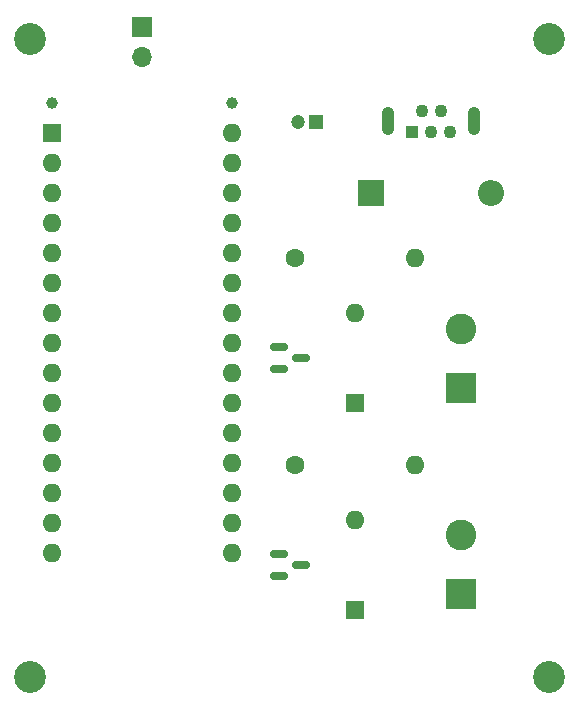
<source format=gbr>
%TF.GenerationSoftware,KiCad,Pcbnew,7.0.5*%
%TF.CreationDate,2023-08-09T22:54:17+08:00*%
%TF.ProjectId,taiko_vibrator,7461696b-6f5f-4766-9962-7261746f722e,rev?*%
%TF.SameCoordinates,PX4524320PY42c1d80*%
%TF.FileFunction,Soldermask,Top*%
%TF.FilePolarity,Negative*%
%FSLAX46Y46*%
G04 Gerber Fmt 4.6, Leading zero omitted, Abs format (unit mm)*
G04 Created by KiCad (PCBNEW 7.0.5) date 2023-08-09 22:54:17*
%MOMM*%
%LPD*%
G01*
G04 APERTURE LIST*
G04 Aperture macros list*
%AMRoundRect*
0 Rectangle with rounded corners*
0 $1 Rounding radius*
0 $2 $3 $4 $5 $6 $7 $8 $9 X,Y pos of 4 corners*
0 Add a 4 corners polygon primitive as box body*
4,1,4,$2,$3,$4,$5,$6,$7,$8,$9,$2,$3,0*
0 Add four circle primitives for the rounded corners*
1,1,$1+$1,$2,$3*
1,1,$1+$1,$4,$5*
1,1,$1+$1,$6,$7*
1,1,$1+$1,$8,$9*
0 Add four rect primitives between the rounded corners*
20,1,$1+$1,$2,$3,$4,$5,0*
20,1,$1+$1,$4,$5,$6,$7,0*
20,1,$1+$1,$6,$7,$8,$9,0*
20,1,$1+$1,$8,$9,$2,$3,0*%
G04 Aperture macros list end*
%ADD10R,1.600000X1.600000*%
%ADD11O,1.600000X1.600000*%
%ADD12R,2.200000X2.200000*%
%ADD13O,2.200000X2.200000*%
%ADD14C,2.700000*%
%ADD15R,1.700000X1.700000*%
%ADD16O,1.700000X1.700000*%
%ADD17R,2.600000X2.600000*%
%ADD18C,2.600000*%
%ADD19C,1.000000*%
%ADD20RoundRect,0.150000X-0.587500X-0.150000X0.587500X-0.150000X0.587500X0.150000X-0.587500X0.150000X0*%
%ADD21R,1.200000X1.200000*%
%ADD22C,1.200000*%
%ADD23C,1.600000*%
%ADD24R,1.100000X1.100000*%
%ADD25C,1.100000*%
%ADD26O,1.100000X2.400000*%
G04 APERTURE END LIST*
D10*
%TO.C,D3*%
X5500000Y-21310000D03*
D11*
X5500000Y-13690000D03*
%TD*%
D12*
%TO.C,D1*%
X6920000Y14000000D03*
D13*
X17080000Y14000000D03*
%TD*%
D14*
%TO.C,REF\u002A\u002A*%
X22000000Y27000000D03*
%TD*%
D10*
%TO.C,A1*%
X-20110000Y19050000D03*
D11*
X-20110000Y16510000D03*
X-20110000Y13970000D03*
X-20110000Y11430000D03*
X-20110000Y8890000D03*
X-20110000Y6350000D03*
X-20110000Y3810000D03*
X-20110000Y1270000D03*
X-20110000Y-1270000D03*
X-20110000Y-3810000D03*
X-20110000Y-6350000D03*
X-20110000Y-8890000D03*
X-20110000Y-11430000D03*
X-20110000Y-13970000D03*
X-20110000Y-16510000D03*
X-4870000Y-16510000D03*
X-4870000Y-13970000D03*
X-4870000Y-11430000D03*
X-4870000Y-8890000D03*
X-4870000Y-6350000D03*
X-4870000Y-3810000D03*
X-4870000Y-1270000D03*
X-4870000Y1270000D03*
X-4870000Y3810000D03*
X-4870000Y6350000D03*
X-4870000Y8890000D03*
X-4870000Y11430000D03*
X-4870000Y13970000D03*
X-4870000Y16510000D03*
X-4870000Y19050000D03*
%TD*%
D10*
%TO.C,D2*%
X5500000Y-3810000D03*
D11*
X5500000Y3810000D03*
%TD*%
D14*
%TO.C,REF\u002A\u002A*%
X22000000Y-27000000D03*
%TD*%
D15*
%TO.C,J4*%
X-12500000Y28040000D03*
D16*
X-12500000Y25500000D03*
%TD*%
D17*
%TO.C,J3*%
X14500000Y-20000000D03*
D18*
X14500000Y-15000000D03*
%TD*%
D19*
%TO.C,*%
X-4870000Y21590000D03*
%TD*%
D20*
%TO.C,Q1*%
X-937500Y950000D03*
X-937500Y-950000D03*
X937500Y0D03*
%TD*%
%TO.C,Q2*%
X-937500Y-16550000D03*
X-937500Y-18450000D03*
X937500Y-17500000D03*
%TD*%
D19*
%TO.C,*%
X-20110000Y21590000D03*
%TD*%
D17*
%TO.C,J2*%
X14500000Y-2500000D03*
D18*
X14500000Y2500000D03*
%TD*%
D21*
%TO.C,C1*%
X2222599Y20000000D03*
D22*
X722599Y20000000D03*
%TD*%
D23*
%TO.C,R2*%
X420000Y-9000000D03*
D11*
X10580000Y-9000000D03*
%TD*%
D14*
%TO.C,REF\u002A\u002A*%
X-22000000Y27000000D03*
%TD*%
D24*
%TO.C,J1*%
X10400000Y19175000D03*
D25*
X11200000Y20925000D03*
X12000000Y19175000D03*
X12800000Y20925000D03*
X13600000Y19175000D03*
D26*
X8350000Y20050000D03*
X15650000Y20050000D03*
%TD*%
D14*
%TO.C,REF\u002A\u002A*%
X-22000000Y-27000000D03*
%TD*%
D23*
%TO.C,R1*%
X420000Y8500000D03*
D11*
X10580000Y8500000D03*
%TD*%
M02*

</source>
